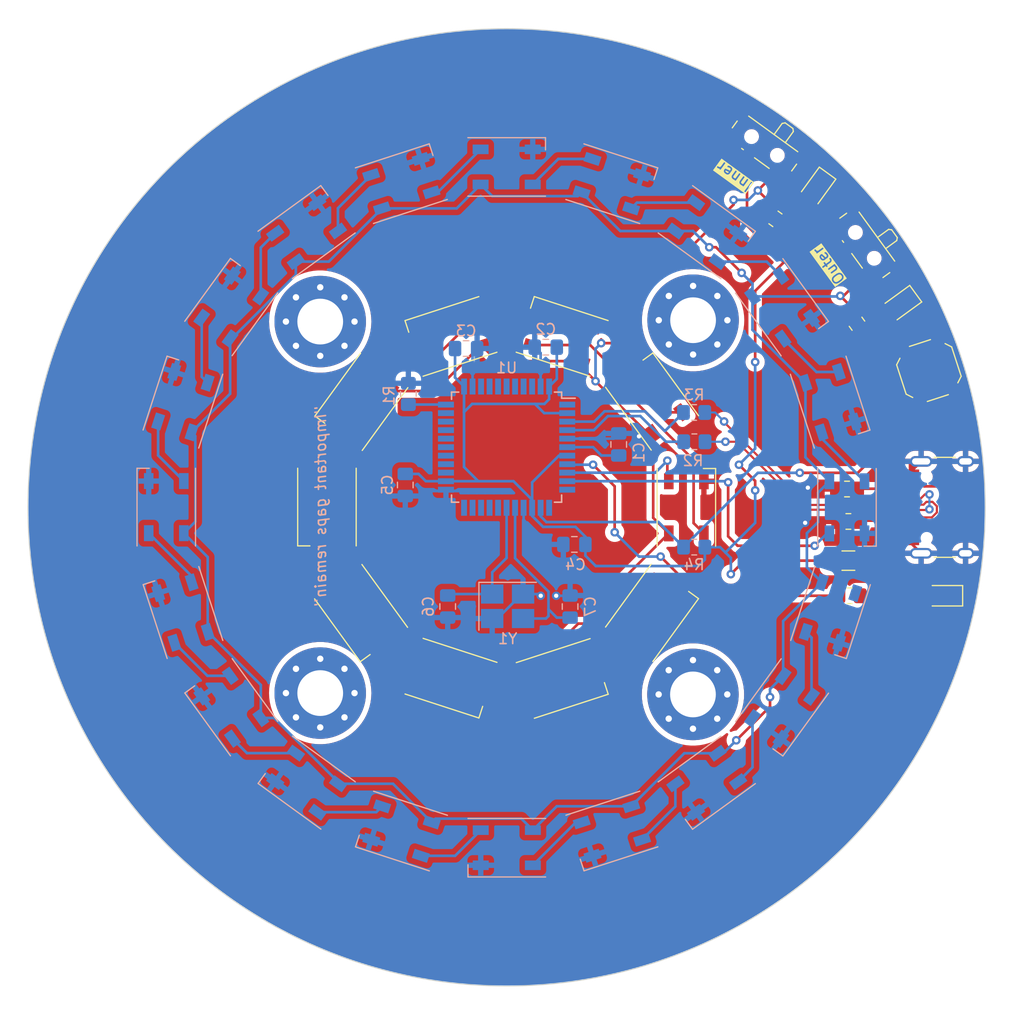
<source format=kicad_pcb>
(kicad_pcb (version 20221018) (generator pcbnew)
  (layers (0 "F.Cu" signal) (31 "B.Cu" signal) (34 "B.Paste" user) (35 "F.Paste" user) (36 "B.SilkS" user "B.Silkscreen") (37 "F.SilkS" user "F.Silkscreen") (38 "B.Mask" user) (39 "F.Mask" user) (44 "Edge.Cuts" user))
  (net 0 "")
  (net 25 "+5V")
  (net 26 "Net-(D1-DOUT)")
  (net 27 "GND")
  (net 28 "/large_ring")
  (net 29 "Net-(D2-DOUT)")
  (net 30 "Net-(D3-DOUT)")
  (net 31 "Net-(D4-DOUT)")
  (net 32 "Net-(D5-DOUT)")
  (net 33 "Net-(D6-DOUT)")
  (net 34 "Net-(D7-DOUT)")
  (net 35 "Net-(D8-DOUT)")
  (net 36 "Net-(D10-DIN)")
  (net 37 "Net-(D10-DOUT)")
  (net 38 "Net-(D11-DOUT)")
  (net 39 "Net-(D12-DOUT)")
  (net 40 "Net-(D13-DOUT)")
  (net 41 "Net-(D14-DOUT)")
  (net 42 "Net-(D15-DOUT)")
  (net 43 "Net-(D16-DOUT)")
  (net 44 "Net-(D17-DOUT)")
  (net 45 "Net-(D18-DOUT)")
  (net 46 "Net-(D19-DOUT)")
  (net 47 "Net-(D21-DOUT)")
  (net 48 "/small_ring")
  (net 49 "Net-(D22-DOUT)")
  (net 50 "Net-(D23-DOUT)")
  (net 51 "Net-(D24-DOUT)")
  (net 52 "Net-(D25-DOUT)")
  (net 53 "Net-(D26-DOUT)")
  (net 54 "Net-(D27-DOUT)")
  (net 55 "Net-(D28-DOUT)")
  (net 56 "Net-(D29-DOUT)")
  (net 58 "Net-(J1-CC1)")
  (net 59 "Net-(J1-CC2)")
  (net 60 "Net-(D1-VDD)")
  (net 62 "Net-(D21-VDD)")
  (net 64 "Net-(U1-UCAP)")
  (net 65 "Net-(U1-XTAL1)")
  (net 66 "Net-(U1-XTAL2)")
  (net 67 "Net-(U1-~{HWB}{slash}PE2)")
  (net 68 "/D+")
  (net 69 "Net-(U1-D+)")
  (net 70 "/D-")
  (net 71 "Net-(U1-D-)")
  (net 72 "Net-(U1-~{RESET})")
  (net 73 "Net-(D31-A)")
  (net 74 "Net-(D32-A)")
  (net 75 "Net-(D33-A)")
  (net 76 "Net-(U1-PB0)")
  (net 77 "Net-(F1-Pad2)")
  (footprint "Resistor_SMD:R_0805_2012Metric_Pad1.20x1.40mm_HandSolder" (layer "F.Cu") (at 182.243 88.312)
    (fp_text reference "R9" hide)
    (fp_text value "150")
  )
  (footprint "Fuse:Fuse_1206_3216Metric_Pad1.42x1.75mm_HandSolder" (layer "F.Cu") (at 182.132 85.01)
    (fp_text reference "F1" hide)
    (fp_text value "Polyfuse")
  )
  (footprint "LED_SMD:LED_0805_2012Metric_Pad1.15x1.40mm_HandSolder" (layer "F.Cu") (at 179.084 50.085 -126)
    (fp_text reference "D32" hide)
    (fp_text value "LED")
  )
  (footprint "LED_SMD:LED_0805_2012Metric_Pad1.15x1.40mm_HandSolder" (layer "F.Cu") (at 186.958 61.007 -144)
    (fp_text reference "D31" hide)
    (fp_text value "LED")
  )
  (footprint "LED_SMD:LED_WS2812B_PLCC4_5.0x5.0mm_P3.2mm" (layer "F.Cu") (at 155.232516 96.084199 18)
    (fp_text reference "D29" hide)
    (fp_text value "WS2812B")
  )
  (footprint "MountingHole:MountingHole_4.3mm_M4_Pad_Via" (layer "F.Cu") (at 132.480581 97.461581 90)
    (fp_text reference "H3" hide)
    (fp_text value "MountingHole")
  )
  (footprint "MountingHole:MountingHole_4.3mm_M4_Pad_Via" (layer "F.Cu") (at 167.521419 97.588581 90)
    (fp_text reference "H4" hide)
    (fp_text value "MountingHole")
  )
  (footprint "Connector_USB:USB_C_Receptacle_HRO_TYPE-C-31-M-12" (layer "F.Cu") (at 192.098 80 90)
    (fp_text reference "J1" hide)
    (fp_text value "USB_C_Receptacle_USB2.0")
  )
  (footprint "Button_Switch_SMD:SW_SPDT_PCM12" (layer "F.Cu") (at 183.411617 55.563615 126)
    (fp_text reference "SW2" hide)
    (fp_text value "SW_DIP_x01")
  )
  (footprint "LED_SMD:LED_WS2812B_PLCC4_5.0x5.0mm_P3.2mm" (layer "F.Cu") (at 144.775633 96.06084 -18)
    (fp_text reference "D28" hide)
    (fp_text value "WS2812B")
  )
  (footprint "LED_SMD:LED_WS2812B_PLCC4_5.0x5.0mm_P3.2mm" (layer "F.Cu") (at 136.349149 70.082211 -126)
    (fp_text reference "D25" hide)
    (fp_text value "WS2812B")
  )
  (footprint "LED_SMD:LED_WS2812B_PLCC4_5.0x5.0mm_P3.2mm" (layer "F.Cu") (at 155.224257 63.928698 162)
    (fp_text reference "D23" hide)
    (fp_text value "WS2812B")
  )
  (footprint "Button_Switch_SMD:SW_SPST_SKQG_WithoutStem" (layer "F.Cu") (at 189.701593 67.139406 108)
    (fp_text reference "SW1" hide)
    (fp_text value "SW_Push")
  )
  (footprint "LED_SMD:LED_WS2812B_PLCC4_5.0x5.0mm_P3.2mm" (layer "F.Cu") (at 144.770988 63.931218 -162)
    (fp_text reference "D24" hide)
    (fp_text value "WS2812B")
  )
  (footprint "LED_SMD:LED_WS2812B_PLCC4_5.0x5.0mm_P3.2mm" (layer "F.Cu") (at 163.677959 70.052059 126)
    (fp_text reference "D22" hide)
    (fp_text value "WS2812B")
  )
  (footprint "Resistor_SMD:R_0805_2012Metric_Pad1.20x1.40mm_HandSolder" (layer "F.Cu") (at 182.005 78.279)
    (fp_text reference "R6" hide)
    (fp_text value "5.1K")
  )
  (footprint "LED_SMD:LED_WS2812B_PLCC4_5.0x5.0mm_P3.2mm" (layer "F.Cu") (at 136.320852 89.942249 -54)
    (fp_text reference "D27" hide)
    (fp_text value "WS2812B")
  )
  (footprint "Resistor_SMD:R_0805_2012Metric_Pad1.20x1.40mm_HandSolder" (layer "F.Cu") (at 175.274 52.879 144)
    (fp_text reference "R8" hide)
    (fp_text value "150")
  )
  (footprint "Resistor_SMD:R_0805_2012Metric_Pad1.20x1.40mm_HandSolder" (layer "F.Cu") (at 182.132 81.327)
    (fp_text reference "R5" hide)
    (fp_text value "5.1K")
  )
  (footprint "MountingHole:MountingHole_4.3mm_M4_Pad_Via" (layer "F.Cu") (at 167.532581 62.409581 90)
    (fp_text reference "H2" hide)
    (fp_text value "MountingHole")
  )
  (footprint "MountingHole:MountingHole_4.3mm_M4_Pad_Via" (layer "F.Cu") (at 132.480581 62.536581 90)
    (fp_text reference "H1" hide)
    (fp_text value "MountingHole")
  )
  (footprint "Button_Switch_SMD:SW_SPDT_PCM12" (layer "F.Cu") (at 174.04956 46.292551 144)
    (fp_text reference "SW3" hide)
    (fp_text value "SW_DIP_x01")
  )
  (footprint "LED_SMD:LED_WS2812B_PLCC4_5.0x5.0mm_P3.2mm" (layer "F.Cu") (at 166.9 80 90)
    (fp_text reference "D21" hide)
    (fp_text value "WS2812B")
  )
  (footprint "Resistor_SMD:R_0805_2012Metric_Pad1.20x1.40mm_HandSolder" (layer "F.Cu") (at 182.941215 62.737983 126)
    (fp_text reference "R7" hide)
    (fp_text value "150")
  )
  (footprint "LED_SMD:LED_0805_2012Metric_Pad1.15x1.40mm_HandSolder" (layer "F.Cu") (at 191.012997 88.312 180)
    (fp_text reference "D33" hide)
    (fp_text value "LED")
  )
  (footprint "LED_SMD:LED_WS2812B_PLCC4_5.0x5.0mm_P3.2mm" (layer "F.Cu") (at 133.110886 79.973211 -90)
    (fp_text reference "D26" hide)
    (fp_text value "WS2812B")
  )
  (footprint "LED_SMD:LED_WS2812B_PLCC4_5.0x5.0mm_P3.2mm" (layer "F.Cu") (at 163.673257 89.918084 54)
    (fp_text reference "D30" hide)
    (fp_text value "WS2812B")
  )
  (footprint "Capacitor_SMD:C_0805_2012Metric_Pad1.18x1.45mm_HandSolder" (layer "B.Cu") (at 160.542 74.088 90)
    (fp_text reference "C1")
    (fp_text value "1uF")
  )
  (footprint "LED_SMD:LED_WS2812B_PLCC4_5.0x5.0mm_P3.2mm" (layer "B.Cu") (at 118.006579 79.979224 90)
    (fp_text reference "D11" hide)
    (fp_text value "WS2812B")
  )
  (footprint "LED_SMD:LED_WS2812B_PLCC4_5.0x5.0mm_P3.2mm" (layer "B.Cu") (at 168.818431 105.892092 -144)
    (fp_text reference "D18" hide)
    (fp_text value "WS2812B")
  )
  (footprint "LED_SMD:LED_WS2812B_PLCC4_5.0x5.0mm_P3.2mm" (layer "B.Cu") (at 150.020908 111.998802 180)
    (fp_text reference "D16" hide)
    (fp_text value "WS2812B")
  )
  (footprint "Crystal:Crystal_SMD_3225-4Pin_3.2x2.5mm_HandSoldering" (layer "B.Cu") (at 150.098265 89.301531)
    (fp_text reference "Y1")
    (fp_text value "Crystal_GND24")
  )
  (footprint "LED_SMD:LED_WS2812B_PLCC4_5.0x5.0mm_P3.2mm" (layer "B.Cu") (at 124.114096 61.171261 54)
    (fp_text reference "D9" hide)
    (fp_text value "WS2812B")
  )
  (footprint "Package_QFP:TQFP-44_10x10mm_P0.8mm" (layer "B.Cu") (at 150 74.342 180)
    (fp_text reference "U1")
    (fp_text value "ATmega32U4-A")
  )
  (footprint "LED_SMD:LED_WS2812B_PLCC4_5.0x5.0mm_P3.2mm" (layer "B.Cu") (at 119.568762 70.107767 72)
    (fp_text reference "D10" hide)
    (fp_text value "WS2812B")
  )
  (footprint "Capacitor_SMD:C_0805_2012Metric_Pad1.18x1.45mm_HandSolder" (layer "B.Cu") (at 155.97 89.328 -90)
    (fp_text reference "C7")
    (fp_text value "22pF")
  )
  (footprint "LED_SMD:LED_WS2812B_PLCC4_5.0x5.0mm_P3.2mm" (layer "B.Cu") (at 159.900703 110.427648 -162)
    (fp_text reference "D17" hide)
    (fp_text value "WS2812B")
  )
  (footprint "Capacitor_SMD:C_0805_2012Metric_Pad1.18x1.45mm_HandSolder" (layer "B.Cu") (at 144.464022 89.323335 90)
    (fp_text reference "C6")
    (fp_text value "22pF")
  )
  (footprint "Capacitor_SMD:C_0805_2012Metric_Pad1.18x1.45mm_HandSolder" (layer "B.Cu") (at 146.191 65.071)
    (fp_text reference "C3")
    (fp_text value "0.1uF")
  )
  (footprint "LED_SMD:LED_WS2812B_PLCC4_5.0x5.0mm_P3.2mm" (layer "B.Cu") (at 175.894367 98.807184 -126)
    (fp_text reference "D19" hide)
    (fp_text value "WS2812B")
  )
  (footprint "Resistor_SMD:R_0805_2012Metric_Pad1.20x1.40mm_HandSolder" (layer "B.Cu") (at 167.638 83.74)
    (fp_text reference "R4")
    (fp_text value "10K")
  )
  (footprint "LED_SMD:LED_WS2812B_PLCC4_5.0x5.0mm_P3.2mm" (layer "B.Cu") (at 119.578079 89.887779 108)
    (fp_text reference "D12" hide)
    (fp_text value "WS2812B")
  )
  (footprint "Capacitor_SMD:C_0805_2012Metric_Pad1.18x1.45mm_HandSolder" (layer "B.Cu") (at 153.684 64.944 180)
    (fp_text reference "C2")
    (fp_text value "10uF")
  )
  (footprint "Resistor_SMD:R_0805_2012Metric_Pad1.20x1.40mm_HandSolder" (layer "B.Cu") (at 167.654 73.834 180)
    (fp_text reference "R2")
    (fp_text value "22")
  )
  (footprint "LED_SMD:LED_WS2812B_PLCC4_5.0x5.0mm_P3.2mm" (layer "B.Cu") (at 131.207587 105.880556 144)
    (fp_text reference "D14" hide)
    (fp_text value "WS2812B")
  )
  (footprint "Resistor_SMD:R_0805_2012Metric_Pad1.20x1.40mm_HandSolder" (layer "B.Cu") (at 167.62866 71.081397 180)
    (fp_text reference "R3")
    (fp_text value "22")
  )
  (footprint "LED_SMD:LED_WS2812B_PLCC4_5.0x5.0mm_P3.2mm" (layer "B.Cu") (at 131.197189 54.12273 36)
    (fp_text reference "D8" hide)
    (fp_text value "WS2812B")
  )
  (footprint "Capacitor_SMD:C_0805_2012Metric_Pad1.18x1.45mm_HandSolder" (layer "B.Cu") (at 156.3725 83.486 180)
    (fp_text reference "C4")
    (fp_text value "0.1uF")
  )
  (footprint "LED_SMD:LED_WS2812B_PLCC4_5.0x5.0mm_P3.2mm" (layer "B.Cu") (at 175.891378 61.188946 -54)
    (fp_text reference "D3" hide)
    (fp_text value "WS2812B")
  )
  (footprint "LED_SMD:LED_WS2812B_PLCC4_5.0x5.0mm_P3.2mm" (layer "B.Cu") (at 140.118157 110.435208 162)
    (fp_text reference "D15" hide)
    (fp_text value "WS2812B")
  )
  (footprint "Capacitor_SMD:C_0805_2012Metric_Pad1.18x1.45mm_HandSolder" (layer "B.Cu") (at 140.476 77.898 -90)
    (fp_text reference "C5")
    (fp_text value "0.1uF")
  )
  (footprint "LED_SMD:LED_WS2812B_PLCC4_5.0x5.0mm_P3.2mm" (layer "B.Cu") (at 168.821277 54.12969 -36)
    (fp_text reference "D4" hide)
    (fp_text value "WS2812B")
  )
  (footprint "Resistor_SMD:R_0805_2012Metric_Pad1.20x1.40mm_HandSolder" (layer "B.Cu") (at 140.765127 69.336774 90)
    (fp_text reference "R1")
    (fp_text value "10K")
  )
  (footprint "LED_SMD:LED_WS2812B_PLCC4_5.0x5.0mm_P3.2mm" (layer "B.Cu") (at 140.106636 49.569893 18)
    (fp_text reference "D7" hide)
    (fp_text value "WS2812B")
  )
  (footprint "LED_SMD:LED_WS2812B_PLCC4_5.0x5.0mm_P3.2mm" (layer "B.Cu") (at 182 80 -90)
    (fp_text reference "D1" hide)
    (fp_text value "WS2812B")
  )
  (footprint "LED_SMD:LED_WS2812B_PLCC4_5.0x5.0mm_P3.2mm" (layer "B.Cu") (at 180.453879 89.891213 -108)
    (fp_text reference "D20" hide)
    (fp_text value "WS2812B")
  )
  (footprint "LED_SMD:LED_WS2812B_PLCC4_5.0x5.0mm_P3.2mm" (layer "B.Cu") (at 124.12193 98.789557 126)
    (fp_text reference "D13" hide)
    (fp_text value "WS2812B")
  )
  (footprint "LED_SMD:LED_WS2812B_PLCC4_5.0x5.0mm_P3.2mm" (layer "B.Cu") (at 159.890623 49.573733 -18)
    (fp_text reference "D5" hide)
    (fp_text value "WS2812B")
  )
  (footprint "LED_SMD:LED_WS2812B_PLCC4_5.0x5.0mm_P3.2mm" (layer "B.Cu") (at 150.008307 47.996217)
    (fp_text reference "D6" hide)
    (fp_text value "WS2812B")
  )
  (footprint "LED_SMD:LED_WS2812B_PLCC4_5.0x5.0mm_P3.2mm" (layer "B.Cu") (at 180.421585 70.113573 -72)
    (fp_text reference "D2" hide)
    (fp_text value "WS2812B")
  )
  (gr_circle (center 150 80) (end 195 80) (stroke (width 0.1)) (fill none) (layer "Edge.Cuts"))
  (gr_text "{dblquote}Important gaps remain{dblquote}" (at 133.11 70.278 90) (layer "B.SilkS") (effects (font (size 1 1) (thickness 0.15) italic) (justify left bottom mirror)))
  (gr_text "Inner" (at 173.369 49.577 144) (layer "F.SilkS" knockout) (effects (font (size 1 1)) (justify left bottom)))
  (gr_text "Outer" (at 182.005 58.594 126) (layer "F.SilkS" knockout) (effects (font (size 1 1)) (justify left bottom)))
  (segment (start 172.602264 53.509264) (end 176.059269 56.966269) (width 0.25) (layer "F.Cu") (net 25))
  (segment (start 180.6445 85.01) (end 172.353 85.01) (width 0.25) (layer "F.Cu") (net 25))
  (segment (start 172.602264 47.008606) (end 172.602264 53.509264) (width 0.25) (layer "F.Cu") (net 25))
  (segment (start 180.645 56.966269) (end 181.813884 55.797385) (width 0.25) (layer "F.Cu") (net 25))
  (segment (start 173.369 77.517) (end 171.845 75.993) (width 0.25) (layer "F.Cu") (net 25))
  (segment (start 173.369 59.656538) (end 176.059269 56.966269) (width 0.25) (layer "F.Cu") (net 25))
  (segment (start 172.353 85.01) (end 171.083 86.28) (width 0.25) (layer "F.Cu") (net 25))
  (segment (start 176.059269 56.966269) (end 180.645 56.966269) (width 0.25) (layer "F.Cu") (net 25))
  (segment (start 173.369 66.341) (end 173.369 59.656538) (width 0.25) (layer "F.Cu") (net 25))
  (segment (start 173.369 78.406) (end 173.369 77.517) (width 0.25) (layer "F.Cu") (net 25))
  (via (at 171.083 86.28) (size 0.8) (drill 0.4) (layers "F.Cu" "B.Cu") (net 25))
  (via (at 173.369 66.341) (size 0.8) (drill 0.4) (layers "F.Cu" "B.Cu") (net 25))
  (via (at 171.845 75.993) (size 0.8) (drill 0.4) (layers "F.Cu" "B.Cu") (net 25))
  (via (at 173.369 78.406) (size 0.8) (drill 0.4) (layers "F.Cu" "B.Cu") (net 25))
  (segment (start 154.916 75.142) (end 152.4 77.658) (width 0.25) (layer "B.Cu") (net 25))
  (segment (start 157.41 82.767) (end 157.41 83.486) (width 0.25) (layer "B.Cu") (net 25))
  (segment (start 173.369 81.454) (end 173.369 78.406) (width 0.25) (layer "B.Cu") (net 25))
  (segment (start 155.7 71.142) (end 153.532 71.142) (width 0.25) (layer "B.Cu") (net 25))
  (segment (start 170.575 84.248) (end 173.369 81.454) (width 0.25) (layer "B.Cu") (net 25))
  (segment (start 156.478 81.835) (end 157.41 82.767) (width 0.25) (layer "B.Cu") (net 25))
  (segment (start 142.406 77.542) (end 144.3 77.542) (width 0.25) (layer "B.Cu") (net 25))
  (segment (start 168.638 83.74) (end 170.067 83.74) (width 0.25) (layer "B.Cu") (net 25))
  (segment (start 168.638 84.915) (end 168.638 83.74) (width 0.25) (layer "B.Cu") (net 25))
  (segment (start 146 71.04) (end 146 76.208) (width 0.25) (layer "B.Cu") (net 25))
  (segment (start 153.532 71.142) (end 152.668 70.278) (width 0.25) (layer "B.Cu") (net 25))
  (segment (start 168.035 85.518) (end 168.638 84.915) (width 0.25) (layer "B.Cu") (net 25))
  (segment (start 158.383 85.518) (end 168.035 85.518) (width 0.25) (layer "B.Cu") (net 25))
  (segment (start 157.41 83.486) (end 157.41 84.545) (width 0.25) (layer "B.Cu") (net 25))
  (segment (start 153.557 70.278) (end 152.668 70.278) (width 0.25) (layer "B.Cu") (net 25))
  (segment (start 152.4 80.805) (end 153.43 81.835) (width 0.25) (layer "B.Cu") (net 25))
  (segment (start 170.067 83.74) (end 170.575 84.248) (width 0.25) (layer "B.Cu") (net 25))
  (segment (start 146 68.642) (end 146 71.04) (width 0.25) (layer "B.Cu") (net 25))
  (segment (start 152.4 77.658) (end 152.4 80.042) (width 0.25) (layer "B.Cu") (net 25))
  (segment (start 146 76.208) (end 147.334 77.542) (width 0.25) (layer "B.Cu") (net 25))
  (segment (start 155.7 75.142) (end 154.916 75.142) (width 0.25) (layer "B.Cu") (net 25))
  (segment (start 154 69.835) (end 153.557 70.278) (width 0.25) (layer "B.Cu") (net 25))
  (segment (start 152.4 79.292) (end 152.4 80.042) (width 0.25) (layer "B.Cu") (net 25))
  (segment (start 153.43 81.835) (end 156.478 81.835) (width 0.25) (layer "B.Cu") (net 25))
  (segment (start 152.4 80.042) (end 152.4 80.805) (width 0.25) (layer "B.Cu") (net 25))
  (segment (start 146.762 70.278) (end 146 71.04) (width 0.25) (layer "B.Cu") (net 25))
  (segment (start 171.083 84.756) (end 170.575 84.248) (width 0.25) (layer "B.Cu") (net 25))
  (segment (start 150.65 77.542) (end 152.4 79.292) (width 0.25) (layer "B.Cu") (net 25))
  (segment (start 140.476 76.8605) (end 141.7245 76.8605) (width 0.25) (layer "B.Cu") (net 25))
  (segment (start 145.1535 65.071) (end 145.1535 67.7955) (width 0.25) (layer "B.Cu") (net 25))
  (segment (start 171.083 86.28) (end 171.083 84.756) (width 0.25) (layer "B.Cu") (net 25))
  (segment (start 171.845 75.993) (end 173.369 74.469) (width 0.25) (layer "B.Cu") (net 25))
  (segment (start 145.1535 67.7955) (end 146 68.642) (width 0.25) (layer "B.Cu") (net 25))
  (segment (start 157.41 84.545) (end 158.383 85.518) (width 0.25) (layer "B.Cu") (net 25))
  (segment (start 152.668 70.278) (end 146.762 70.278) (width 0.25) (layer "B.Cu") (net 25))
  (segment (start 173.369 74.469) (end 173.369 66.341) (width 0.25) (layer "B.Cu") (net 25))
  (segment (start 141.7245 76.8605) (end 142.406 77.542) (width 0.25) (layer "B.Cu") (net 25))
  (segment (start 154.7215 67.9205) (end 154 68.642) (width 0.25) (layer "B.Cu") (net 25))
  (segment (start 144.3 77.542) (end 147.334 77.542) (width 0.25) (layer "B.Cu") (net 25))
  (segment (start 147.334 77.542) (end 150.65 77.542) (width 0.25) (layer "B.Cu") (net 25))
  (segment (start 154.7215 64.944) (end 154.7215 67.9205) (width 0.25) (layer "B.Cu") (net 25))
  (segment (start 154 68.642) (end 154 69.835) (width 0.25) (layer "B.Cu") (net 25))
  (segment (start 179.609433 73.509433) (end 179.609433 72.95354) (width 0.25) (layer "B.Cu") (net 26))
  (segment (start 183.65 77.55) (end 179.609433 73.509433) (width 0.25) (layer "B.Cu") (net 26))
  (segment (start 178.195 81.327) (end 178.068 81.454) (width 0.25) (layer "F.Cu") (net 27))
  (segment (start 181.132 81.327) (end 178.195 81.327) (width 0.25) (layer "F.Cu") (net 27))
  (segment (start 188.053 76.75) (end 188.053 76.595) (width 0.25) (layer "F.Cu") (net 27))
  (segment (start 136.426048 92.894186) (end 136.426048 93.152048) (width 0.25) (layer "F.Cu") (net 27))
  (segment (start 188.053 83.405) (end 188.968 84.32) (width 0.25) (layer "F.Cu") (net 27))
  (segment (start 153.2135 88.312) (end 154.6625 88.312) (width 0.25) (layer "F.Cu") (net 27))
  (segment (start 166.448209 88.905838) (end 166.448209 88.374791) (width 0.25) (layer "F.Cu") (net 27))
  (segment (start 188.053 76.595) (end 188.968 75.68) (width 0.25) (layer "F.Cu") (net 27))
  (segment (start 188.053 83.25) (end 188.053 83.405) (width 0.25) (layer "F.Cu") (net 27))
  (segment (start 163.572763 67.100122) (end 163.572763 66.958763) (width 0.25) (layer "F.Cu") (net 27))
  (segment (start 178.322 78.152) (end 178.449 78.279) (width 0.25) (layer "F.Cu") (net 27))
  (segment (start 178.449 78.279) (end 181.005 78.279) (width 0.25) (layer "F.Cu") (net 27))
  (via (at 178.322 78.152) (size 0.8) (drill 0.4) (layers "F.Cu" "B.Cu") (net 27))
  (via (at 162.447 73.326) (size 0.8) (drill 0.4) (layers "F.Cu" "B.Cu") (net 27))
  (via (at 153.2135 88.312) (size 0.8) (drill 0.4) (layers "F.Cu" "B.Cu") (net 27))
  (via (at 154.6625 88.312) (size 0.8) (drill 0.4) (layers "F.Cu" "B.Cu") (net 27))
  (via (at 178.068 81.454) (size 0.8) (drill 0.4) (layers "F.Cu" "B.Cu") (net 27))
  (segment (start 162.1715 73.0505) (end 162.447 73.326) (width 0.25) (layer "B.Cu") (net 27))
  (segment (start 153.053031 88.151531) (end 153.2135 88.312) (width 0.25) (layer "B.Cu") (net 27))
  (segment (start 178.068 81.454) (end 178.068 78.406) (width 0.25) (layer "B.Cu") (net 27))
  (segment (start 155.9485 88.312) (end 155.97 88.2905) (width 0.25) (layer "B.Cu") (net 27))
  (segment (start 153.2 68.642) (end 153.2 65.4975) (width 0.25) (layer "B.Cu") (net 27))
  (segment (start 146.8 65.4995) (end 147.2285 65.071) (width 0.25) (layer "B.Cu") (net 27))
  (segment (start 154.6625 88.312) (end 155.9485 88.312) (width 0.25) (layer "B.Cu") (net 27))
  (segment (start 151.6 80.042) (end 151.6 81.656) (width 0.25) (layer "B.Cu") (net 27))
  (segment (start 149.138645 90.451531) (end 148.648265 90.451531) (width 0.25) (layer "B.Cu") (net 27))
  (segment (start 146.8 68.642) (end 146.8 65.4995) (width 0.25) (layer "B.Cu") (net 27))
  (segment (start 178.068 78.406) (end 178.322 78.152) (width 0.25) (layer "B.Cu") (net 27))
  (segment (start 151.438645 88.151531) (end 149.138645 90.451531) (width 0.25) (layer "B.Cu") (net 27))
  (segment (start 153.2 65.4975) (end 152.6465 64.944) (width 0.25) (layer "B.Cu") (net 27))
  (segment (start 151.548265 88.151531) (end 153.053031 88.151531) (width 0.25) (layer "B.Cu") (net 27))
  (segment (start 151.548265 88.151531) (end 151.438645 88.151531) (width 0.25) (layer "B.Cu") (net 27))
  (segment (start 160.0505 73.542) (end 160.542 73.0505) (width 0.25) (layer "B.Cu") (net 27))
  (segment (start 155.7 73.542) (end 160.0505 73.542) (width 0.25) (layer "B.Cu") (net 27))
  (segment (start 160.542 73.0505) (end 162.1715 73.0505) (width 0.25) (layer "B.Cu") (net 27))
  (segment (start 170.829 77.644) (end 170.829 82.724) (width 0.25) (layer "F.Cu") (net 28))
  (segment (start 178.957 83.613) (end 171.718 83.613) (width 0.25) (layer "F.Cu") (net 28))
  (segment (start 170.829 82.724) (end 171.718 83.613) (width 0.25) (layer "F.Cu") (net 28))
  (via (at 178.957 83.613) (size 0.8) (drill 0.4) (layers "F.Cu" "B.Cu") (net 28))
  (via (at 170.829 77.644) (size 0.8) (drill 0.4) (layers "F.Cu" "B.Cu") (net 28))
  (segment (start 180.35 82.45) (end 180.12 82.45) (width 0.25) (layer "B.Cu") (net 28))
  (segment (start 180.12 82.45) (end 178.957 83.613) (width 0.25) (layer "B.Cu") (net 28))
  (segment (start 170.727 77.542) (end 170.829 77.644) (width 0.25) (layer "B.Cu") (net 28))
  (segment (start 180.481 82.581) (end 180.35 82.45) (width 0.25) (layer "B.Cu") (net 28))
  (segment (start 155.7 77.542) (end 170.727 77.542) (width 0.25) (layer "B.Cu") (net 28))
  (segment (start 179.129297 67.273606) (end 181.233737 67.273606) (width 0.25) (layer "B.Cu") (net 29))
  (segment (start 175.996574 64.140883) (end 179.129297 67.273606) (width 0.25) (layer "B.Cu") (net 29))
  (segment (start 174.453815 56.904642) (end 169.833523 56.904642) (width 0.25) (layer "B.Cu") (net 30))
  (segment (start 175.786182 58.237009) (end 174.453815 56.904642) (width 0.25) (layer "B.Cu") (net 30))
  (segment (start 162.256163 51.354738) (end 161.710833 51.900068) (width 0.25) (layer "B.Cu") (net 31))
  (segment (start 167.809031 51.354738) (end 162.256163 51.354738) (width 0.25) (layer "B.Cu") (net 31))
  (segment (start 154.857126 47.247398) (end 152.458307 49.646217) (width 0.25) (layer "B.Cu") (net 32))
  (segment (start 158.070413 47.247398) (end 154.857126 47.247398) (width 0.25) (layer "B.Cu") (net 32))
  (segment (start 147.558307 46.346217) (end 143.522479 50.382045) (width 0.25) (layer "B.Cu") (net 33))
  (segment (start 143.522479 50.382045) (end 142.946603 50.382045) (width 0.25) (layer "B.Cu") (net 33))
  (segment (start 137.266669 48.757741) (end 134.149126 51.875284) (width 0.25) (layer "B.Cu") (net 34))
  (segment (start 134.149126 51.875284) (end 134.149126 54.017534) (width 0.25) (layer "B.Cu") (net 34))
  (segment (start 126.889048 55.58413) (end 126.889048 60.159015) (width 0.25) (layer "B.Cu") (net 35))
  (segment (start 128.245252 54.227926) (end 126.889048 55.58413) (width 0.25) (layer "B.Cu") (net 35))
  (segment (start 121.339144 67.731604) (end 121.895097 68.287557) (width 0.25) (layer "B.Cu") (net 36))
  (segment (start 121.339144 62.183507) (end 121.339144 67.731604) (width 0.25) (layer "B.Cu") (net 36))
  (segment (start 117.242427 71.927977) (end 117.242427 75.115072) (width 0.25) (layer "B.Cu") (net 37))
  (segment (start 117.242427 75.115072) (end 119.656579 77.529224) (width 0.25) (layer "B.Cu") (net 37))
  (segment (start 116.356579 82.429224) (end 120.390231 86.462876) (width 0.25) (layer "B.Cu") (net 38))
  (segment (start 120.390231 86.462876) (end 120.390231 87.047812) (width 0.25) (layer "B.Cu") (net 38))
  (segment (start 121.875801 95.83762) (end 124.016734 95.83762) (width 0.25) (layer "B.Cu") (net 39))
  (segment (start 118.765927 92.727746) (end 121.875801 95.83762) (width 0.25) (layer "B.Cu") (net 39))
  (segment (start 124.227126 101.741494) (end 125.591236 103.105604) (width 0.25) (layer "B.Cu") (net 40))
  (segment (start 125.591236 103.105604) (end 130.195341 103.105604) (width 0.25) (layer "B.Cu") (net 40))
  (segment (start 132.219833 108.655508) (end 137.751312 108.655508) (width 0.25) (layer "B.Cu") (net 41))
  (segment (start 137.751312 108.655508) (end 138.297947 108.108873) (width 0.25) (layer "B.Cu") (net 41))
  (segment (start 145.158167 112.761543) (end 147.570908 110.348802) (width 0.25) (layer "B.Cu") (net 42))
  (segment (start 141.938367 112.761543) (end 145.158167 112.761543) (width 0.25) (layer "B.Cu") (net 42))
  (segment (start 156.504214 109.615496) (end 157.060736 109.615496) (width 0.25) (layer "B.Cu") (net 43))
  (segment (start 152.470908 113.648802) (end 156.504214 109.615496) (width 0.25) (layer "B.Cu") (net 43))
  (segment (start 165.866494 108.113976) (end 165.866494 105.997288) (width 0.25) (layer "B.Cu") (net 44))
  (segment (start 162.74067 111.2398) (end 165.866494 108.113976) (width 0.25) (layer "B.Cu") (net 44))
  (segment (start 173.119415 104.437849) (end 173.119415 99.81943) (width 0.25) (layer "B.Cu") (net 45))
  (segment (start 171.770368 105.786896) (end 173.119415 104.437849) (width 0.25) (layer "B.Cu") (net 45))
  (segment (start 178.669319 92.253198) (end 178.127544 91.711423) (width 0.25) (layer "B.Cu") (net 46))
  (segment (start 178.669319 97.794938) (end 178.669319 92.253198) (width 0.25) (layer "B.Cu") (net 46))
  (segment (start 168.55 82.45) (end 167.582808 81.482808) (width 0.25) (layer "F.Cu") (net 47))
  (segment (start 167.582808 81.482808) (end 167.582808 75.549544) (width 0.25) (layer "F.Cu") (net 47))
  (segment (start 167.582808 75.549544) (end 161.073077 69.039813) (width 0.25) (layer "F.Cu") (net 47))
  (segment (start 161.073077 69.039813) (end 160.903007 69.039813) (width 0.25) (layer "F.Cu") (net 47))
  (segment (start 165.114 77.414) (end 165.25 77.55) (width 0.25) (layer "F.Cu") (net 48))
  (segment (start 165.114 75.612) (end 165.114 77.414) (width 0.25) (layer "F.Cu") (net 48))
  (via (at 165.114 75.612) (size 0.8) (drill 0.4) (layers "F.Cu" "B.Cu") (net 48))
  (segment (start 163.984 76.742) (end 165.114 75.612) (width 0.25) (layer "B.Cu") (net 48))
  (segment (start 155.7 76.742) (end 163.984 76.742) (width 0.25) (layer "B.Cu") (net 48))
  (segment (start 164.181604 71.064305) (end 157.858149 64.74085) (width 0.25) (layer "F.Cu") (net 49))
  (segment (start 157.858149 64.74085) (end 152.38429 64.74085) (width 0.25) (layer "F.Cu") (net 49))
  (segment (start 166.452911 71.064305) (end 164.181604 71.064305) (width 0.25) (layer "F.Cu") (net 49))
  (segment (start 146.091785 63.116546) (end 142.950778 66.257553) (width 0.25) (layer "F.Cu") (net 50))
  (segment (start 158.064224 63.116546) (end 146.091785 63.116546) (width 0.25) (layer "F.Cu") (net 50))
  (segment (start 144.958117 61.604883) (end 136.243953 70.319047) (width 0.25) (layer "F.Cu") (net 51))
  (segment (start 136.243953 70.319047) (end 136.243953 73.034148) (width 0.25) (layer "F.Cu") (net 51))
  (segment (start 146.591198 61.604883) (end 144.958117 61.604883) (width 0.25) (layer "F.Cu") (net 51))
  (segment (start 133.985886 81.648211) (end 134.760886 82.423211) (width 0.25) (layer "F.Cu") (net 52))
  (segment (start 135.114056 68.470563) (end 135.114056 73.853067) (width 0.25) (layer "F.Cu") (net 52))
  (segment (start 133.985886 74.981237) (end 133.985886 81.648211) (width 0.25) (layer "F.Cu") (net 52))
  (segment (start 135.114056 73.853067) (end 133.985886 74.981237) (width 0.25) (layer "F.Cu") (net 52))
  (segment (start 136.454345 67.130274) (end 135.114056 68.470563) (width 0.25) (layer "F.Cu") (net 52))
  (segment (start 131.460886 79.759607) (end 133.985886 82.284607) (width 0.25) (layer "F.Cu") (net 53))
  (segment (start 131.460886 77.523211) (end 131.460886 79.759607) (width 0.25) (layer "F.Cu") (net 53))
  (segment (start 133.985886 86.014647) (end 138.925734 90.954495) (width 0.25) (layer "F.Cu") (net 53))
  (segment (start 138.925734 90.954495) (end 139.095804 90.954495) (width 0.25) (layer "F.Cu") (net 53))
  (segment (start 133.985886 82.284607) (end 133.985886 86.014647) (width 0.25) (layer "F.Cu") (net 53))
  (segment (start 140.420816 95.248688) (end 147.6156 95.248688) (width 0.25) (layer "F.Cu") (net 54))
  (segment (start 133.5459 88.930003) (end 134.102131 88.930003) (width 0.25) (layer "F.Cu") (net 54))
  (segment (start 134.102131 88.930003) (end 140.420816 95.248688) (width 0.25) (layer "F.Cu") (net 54))
  (segment (start 141.935666 96.872992) (end 153.937598 96.872992) (width 0.25) (layer "F.Cu") (net 55))
  (segment (start 153.937598 96.872992) (end 157.052726 93.757864) (width 0.25) (layer "F.Cu") (net 55))
  (segment (start 163.778453 89.304287) (end 163.778453 86.966147) (width 0.25) (layer "F.Cu") (net 56))
  (segment (start 154.672206 98.410534) (end 163.778453 89.304287) (width 0.25) (layer "F.Cu") (net 56))
  (segment (start 153.412306 98.410534) (end 154.672206 98.410534) (width 0.25) (layer "F.Cu") (net 56))
  (segment (start 183.209 81.25) (end 183.132 81.327) (width 0.25) (layer "F.Cu") (net 58))
  (segment (start 188.053 81.25) (end 183.209 81.25) (width 0.25) (layer "F.Cu") (net 58))
  (segment (start 183.034 78.25) (end 183.005 78.279) (width 0.25) (layer "F.Cu") (net 59))
  (segment (start 188.053 78.25) (end 183.034 78.25) (width 0.25) (layer "F.Cu") (net 59))
  (segment (start 169.686 55.546) (end 169.051 55.546) (width 0.25) (layer "F.Cu") (net 60))
  (segment (start 182.35343 61.10143) (end 181.37 60.118) (width 0.25) (layer "F.Cu") (net 60))
  (segment (start 181.37 60.118) (end 181.683676 60.118) (width 0.25) (layer "F.Cu") (net 60))
  (segment (start 171.591 101.901) (end 174.766 98.726) (width 0.25) (layer "F.Cu") (net 60))
  (segment (start 172.099 57.959) (end 169.686 55.546) (width 0.25) (layer "F.Cu") (net 60))
  (segment (start 181.683676 60.118) (end 183.57724 58.224436) (width 0.25) (layer "F.Cu") (net 60))
  (segment (start 174.766 98.726) (end 174.766 97.837) (width 0.25) (layer "F.Cu") (net 60))
  (segment (start 182.35343 61.928966) (end 182.35343 61.10143) (width 0.25) (layer "F.Cu") (net 60))
  (via (at 181.37 60.118) (size 0.8) (drill 0.4) (layers "F.Cu" "B.Cu") (net 60))
  (via (at 174.766 97.837) (size 0.8) (drill 0.4) (layers "F.Cu" "B.Cu") (net 60))
  (via (at 171.591 101.901) (size 0.8) (drill 0.4) (layers "F.Cu" "B.Cu") (net 60))
  (via (at 172.099 57.959) (size 0.8) (drill 0.4) (layers "F.Cu" "B.Cu") (net 60))
  (via (at 169.051 55.546) (size 0.8) (drill 0.4) (layers "F.Cu" "B.Cu") (net 60))
  (segment (start 124.17897 64.123198) (end 124.0089 64.123198) (width 0.25) (layer "B.Cu") (net 60))
  (segment (start 134.159524 105.985752) (end 139.32082 105.985752) (width 0.25) (layer "B.Cu") (net 60))
  (segment (start 133.284972 56.897682) (end 130.184943 56.897682) (width 0.25) (layer "B.Cu") (net 60))
  (segment (start 173.116426 60.1767) (end 173.116426 58.976426) (width 0.25) (layer "B.Cu") (net 60))
  (segment (start 152.470908 110.348802) (end 154.718397 108.101313) (width 0.25) (layer "B.Cu") (net 60))
  (segment (start 120.738036 73.304856) (end 120.738036 81.347767) (width 0.25) (layer "B.Cu") (net 60))
  (segment (start 124.0089 64.123198) (end 124.0089 69.319748) (width 0.25) (layer "B.Cu") (net 60))
  (segment (start 174.766 97.08881) (end 175.999563 95.855247) (width 0.25) (layer "B.Cu") (net 60))
  (segment (start 174.766 97.837) (end 174.766 97.08881) (width 0.25) (layer "B.Cu") (net 60))
  (segment (start 175.793769 95.855247) (end 175.999563 95.855247) (width 0.25) (layer "B.Cu") (net 60))
  (segment (start 170.37486 103.11714) (end 171.591 101.901) (width 0.25) (layer "B.Cu") (net 60))
  (segment (start 173.116426 58.976426) (end 172.099 57.959) (width 0.25) (layer "B.Cu") (net 60))
  (segment (start 175.999563 90.69341) (end 179.641727 87.051246) (width 0.25) (layer "B.Cu") (net 60))
  (segment (start 120.738036 81.347767) (end 119.656579 82.429224) (width 0.25) (layer "B.Cu") (net 60))
  (segment (start 178.232 85.641519) (end 178.232 82.433) (width 0.25) (layer "B.Cu") (net 60))
  (segment (start 160.689265 54.024494) (end 157.050656 50.385885) (width 0.25) (layer "B.Cu") (net 60))
  (segment (start 165.86934 54.024494) (end 160.689265 54.024494) (width 0.25) (layer "B.Cu") (net 60))
  (segment (start 178.09525 75.29525) (end 180.35 77.55) (width 0.25) (layer "B.Cu") (net 60))
  (segment (start 166.705086 103.11714) (end 169.830677 103.11714) (width 0.25) (layer "B.Cu") (net 60))
  (segment (start 161.720913 108.101313) (end 166.705086 103.11714) (width 0.25) (layer "B.Cu") (net 60))
  (segment (start 130.184943 56.897682) (end 130.184943 58.117225) (width 0.25) (layer "B.Cu") (net 60))
  (segment (start 143.315246 109.265934) (end 151.38804 109.265934) (width 0.25) (layer "B.Cu") (net 60))
  (segment (start 119.656579 82.429224) (end 121.904414 84.677059) (width 0.25) (layer "B.Cu") (net 60))
  (segment (start 157.050656 50.385885) (end 156.693534 50.743007) (width 0.25) (layer "B.Cu") (net 60))
  (segment (start 179.641727 87.051246) (end 178.232 85.641519) (width 0.25) (layer "B.Cu") (net 60))
  (segment (start 147.558307 49.646217) (end 145.308296 51.896228) (width 0.25) (layer "B.Cu") (net 60))
  (segment (start 178.09525 68.293363) (end 178.09525 75.29525) (width 0.25) (layer "B.Cu") (net 60))
  (segment (start 165.86934 54.207324) (end 165.86934 54.024494) (width 0.25) (layer "B.Cu") (net 60))
  (segment (start 175.999563 95.855247) (end 175.999563 90.69341) (width 0.25) (layer "B.Cu") (net 60))
  (segment (start 126.896882 96.700457) (end 126.896882 99.801803) (width 0.25) (layer "B.Cu") (net 60))
  (segment (start 145.308296 51.896228) (end 138.286426 51.896228) (width 0.25) (layer "B.Cu") (net 60))
  (segment (start 121.904414 91.707989) (end 126.896882 96.700457) (width 0.25) (layer "B.Cu") (net 60))
  (segment (start 181.3113 60.1767) (end 181.37 60.118) (width 0.25) (layer "B.Cu") (net 60))
  (segment (start 178.09525 68.293363) (end 173.116426 63.314539) (width 0.25) (layer "B.Cu") (net 60))
  (segment (start 142.958124 109.623056) (end 143.315246 109.265934) (width 0.25) (layer "B.Cu") (net 60))
  (segment (start 169.051 55.546) (end 167.529494 54.024494) (width 0.25) (layer "B.Cu") (net 60))
  (segment (start 167.529494 54.024494) (end 165.86934 54.024494) (width 0.25) (layer "B.Cu") (net 60))
  (segment (start 138.286426 51.896228) (end 133.284972 56.897682) (width 0.25) (layer "B.Cu") (net 60))
  (segment (start 126.896882 99.801803) (end 128.145645 99.801803) (width 0.25) (layer "B.Cu") (net 60))
  (segment (start 121.904414 84.677059) (end 121.904414 91.707989) (width 0.25) (layer "B.Cu") (net 60))
  (segment (start 178.232 82.433) (end 179.284605 81.380395) (width 0.25) (layer "B.Cu") (net 60))
  (segment (start 179.284605 78.615395) (end 180.35 77.55) (width 0.25) (layer "B.Cu") (net 60))
  (segment (start 173.116426 63.314539) (end 173.116426 60.1767) (width 0.25) (layer "B.Cu") (net 60))
  (segment (start 154.718397 108.101313) (end 161.720913 108.101313) (width 0.25) (layer "B.Cu") (net 60))
  (segment (start 139.32082 105.985752) (end 142.958124 109.623056) (width 0.25) (layer "B.Cu") (net 60))
  (segment (start 179.284605 81.380395) (end 179.284605 78.615395) (width 0.25) (layer "B.Cu") (net 60))
  (segment (start 169.830677 103.11714) (end 170.37486 103.11714) (width 0.25) (layer "B.Cu") (net 60))
  (segment (start 151.38804 109.265934) (end 152.470908 110.348802) (width 0.25) (layer "B.Cu") (net 60))
  (segment (start 181.3113 60.1767) (end 173.116426 60.1767) (width 0.25) (layer "B.Cu") (net 60))
  (segment (start 156.693534 50.743007) (end 148.655097 50.743007) (width 0.25) (layer "B.Cu") (net 60))
  (segment (start 120.380914 72.947734) (end 120.738036 73.304856) (width 0.25) (layer "B.Cu") (net 60))
  (segment (start 134.159524 105.815682) (end 134.159524 105.985752) (width 0.25) (layer "B.Cu") (net 60))
  (segment (start 128.145645 99.801803) (end 134.159524 105.815682) (width 0.25) (layer "B.Cu") (net 60))
  (segment (start 124.0089 69.319748) (end 120.380914 72.947734) (width 0.25) (layer "B.Cu") (net 60))
  (segment (start 130.184943 58.117225) (end 124.17897 64.123198) (width 0.25) (layer "B.Cu") (net 60))
  (segment (start 148.655097 50.743007) (end 147.558307 49.646217) (width 0.25) (layer "B.Cu") (net 60))
  (segment (start 142.955423 93.734505) (end 150.855007 93.734505) (width 0.25) (layer "F.Cu") (net 62))
  (segment (start 175.029315 48.805685) (end 173.623 50.212) (width 0.25) (layer "F.Cu") (net 62))
  (segment (start 174.464983 51.053983) (end 173.623 50.212) (width 0.25) (layer "F.Cu") (net 62))
  (segment (start 160.898305 86.801695) (end 165.25 82.45) (width 0.25) (layer "F.Cu") (net 62))
  (segment (start 147.610955 64.74337) (end 143.28436 69.069965) (width 0.25) (layer "F.Cu") (net 62))
  (segment (start 163.783155 80.983155) (end 163.783155 73.003996) (width 0.25) (layer "F.Cu") (net 62))
  (segment (start 143.28436 69.069965) (end 139.124101 69.069965) (width 0.25) (layer "F.Cu") (net 62))
  (segment (start 175.029315 48.771962) (end 175.029315 48.805685) (width 0.25) (layer "F.Cu") (net 62))
  (segment (start 160.669 62.205362) (end 160.669 64.055) (width 0.25) (layer "F.Cu") (net 62))
  (segment (start 158.891 64.563) (end 160.161 64.563) (width 0.25) (layer "F.Cu") (net 62))
  (segment (start 152.392549 95.272047) (end 156.734266 90.93033) (width 0.25) (layer "F.Cu") (net 62))
  (segment (start 158.891 64.204575) (end 158.891 64.563) (width 0.25) (layer "F.Cu") (net 62))
  (segment (start 142.955423 93.173848) (end 142.955423 93.734505) (width 0.25) (layer "F.Cu") (net 62))
  (segment (start 134.760886 77.523211) (end 136.215656 78.977981) (width 0.25) (layer "F.Cu") (net 62))
  (segment (start 165.25 82.45) (end 163.783155 80.983155) (width 0.25) (layer "F.Cu") (net 62))
  (segment (start 171.337 51.101) (end 171.337 51.537362) (width 0.25) (layer "F.Cu") (net 62))
  (segment (start 136.215656 86.990312) (end 136.771887 86.990312) (width 0.25) (layer "F.Cu") (net 62))
  (segment (start 163.226924 73.003996) (end 158.362464 68.139536) (width 0.25) (layer "F.Cu") (net 62))
  (segment (start 171.337 51.537362) (end 160.669 62.205362) (width 0.25) (layer "F.Cu") (net 62))
  (segment (start 149.122618 66.255033) (end 147.610955 64.74337) (width 0.25) (layer "F.Cu") (net 62))
  (segment (start 156.734266 90.93033) (end 160.898305 90.93033) (width 0.25) (layer "F.Cu") (net 62))
  (segment (start 157.044467 66.821539) (end 157.044467 66.255033) (width 0.25) (layer "F.Cu") (net 62))
  (segment (start 157.044467 66.255033) (end 149.122618 66.255033) (width 0.25) (layer "F.Cu") (net 62))
  (segment (start 136.215656 78.977981) (end 136.215656 86.990312) (width 0.25) (layer "F.Cu") (net 62))
  (segment (start 174.464983 52.291215) (end 174.464983 51.053983) (width 0.25) (layer "F.Cu") (net 62))
  (segment (start 160.161 64.563) (end 160.669 64.055) (width 0.25) (layer "F.Cu") (net 62))
  (segment (start 163.783155 73.003996) (end 163.226924 73.003996) (width 0.25) (layer "F.Cu") (net 62))
  (segment (start 160.898305 90.93033) (end 160.898305 86.801695) (width 0.25) (layer "F.Cu") (net 62))
  (segment (start 158.362464 68.139536) (end 157.044467 66.821539) (width 0.25) (layer "F.Cu") (net 62))
  (segment (start 150.855007 93.734505) (end 152.392549 95.272047) (width 0.25) (layer "F.Cu") (net 62))
  (segment (start 139.124101 73.159996) (end 134.760886 77.523211) (width 0.25) (layer "F.Cu") (net 62))
  (segment (start 136.771887 86.990312) (end 142.955423 93.173848) (width 0.25) (layer "F.Cu") (net 62))
  (segment (start 139.124101 69.069965) (end 139.124101 73.159996) (width 0.25) (layer "F.Cu") (net 62))
  (via (at 173.623 50.212) (size 0.8) (drill 0.4) (layers "F.Cu" "B.Cu") (net 62))
  (via (at 158.362464 68.139536) (size 0.8) (drill 0.4) (layers "F.Cu" "B.Cu") (net 62))
  (via (at 158.891 64.563) (size 0.8) (drill 0.4) (layers "F.Cu" "B.Cu") (net 62))
  (via (at 171.337 51.101) (size 0.8) (drill 0.4) (layers "F.Cu" "B.Cu") (net 62))
  (segment (start 158.891 64.563) (end 158.362464 65.091536) (width 0.25) (layer "B.Cu") (net 62))
  (segment (start 158.362464 65.091536) (end 158.362464 68.139536) (width 0.25) (layer "B.Cu") (net 62))
  (segment (start 173.623 50.212) (end 172.734 51.101) (width 0.25) (layer "B.Cu") (net 62))
  (segment (start 172.734 51.101) (end 171.337 51.101) (width 0.25) (layer "B.Cu") (net 62))
  (segment (start 160.542 75.1255) (end 158.9125 75.1255) (width 0.25) (layer "B.Cu") (net 64))
  (segment (start 158.129 74.342) (end 155.7 74.342) (width 0.25) (layer "B.Cu") (net 64))
  (segment (start 158.9125 75.1255) (end 158.129 74.342) (width 0.25) (layer "B.Cu") (net 64))
  (segment (start 150 84.757) (end 150 80.042) (width 0.25) (layer "B.Cu") (net 65))
  (segment (start 148.648265 88.151531) (end 148.648265 86.108735) (width 0.25) (layer "B.Cu") (net 65))
  (segment (start 148.648265 86.108735) (end 150 84.757) (width 0.25) (layer "B.Cu") (net 65))
  (segment (start 144.598326 88.151531) (end 144.464022 88.285835) (width 0.25) (layer "B.Cu") (net 65))
  (segment (start 148.648265 88.151531) (end 144.598326 88.151531) (width 0.25) (layer "B.Cu") (net 65))
  (segment (start 155.97 90.3655) (end 154.7215 90.3655) (width 0.25) (layer "B.Cu") (net 66))
  (segment (start 153.938 87.920001) (end 150.8 84.782001) (width 0.25) (layer "B.Cu") (net 66))
  (segment (start 153.938 89.582) (end 153.938 87.920001) (width 0.25) (layer "B.Cu") (net 66))
  (segment (start 154.7215 90.3655) (end 153.938 89.582) (width 0.25) (layer "B.Cu") (net 66))
  (segment (start 151.548265 90.451531) (end 153.703469 90.451531) (width 0.25) (layer "B.Cu") (net 66))
  (segment (start 153.703469 90.451531) (end 153.938 90.217) (width 0.25) (layer "B.Cu") (net 66))
  (segment (start 153.938 90.217) (end 153.938 89.582) (width 0.25) (layer "B.Cu") (net 66))
  (segment (start 150.8 84.782001) (end 150.8 80.042) (width 0.25) (layer "B.Cu") (net 66))
  (segment (start 140.765127 70.336774) (end 144.294774 70.336774) (width 0.25) (layer "B.Cu") (net 67))
  (segment (start 144.294774 70.336774) (end 144.3 70.342) (width 0.25) (layer "B.Cu") (net 67))
  (segment (start 188.053 80.25) (end 189.686 80.25) (width 0.2) (layer "F.Cu") (net 68))
  (segment (start 188.852264 79.25) (end 188.053 79.25) (width 0.2) (layer "F.Cu") (net 68))
  (segment (start 188.053 80.25) (end 186.965499 80.25) (width 0.2) (layer "F.Cu") (net 68))
  (segment (start 189.317764 78.7845) (end 188.852264 79.25) (width 0.2) (layer "F.Cu") (net 68))
  (segment (start 171.6538 73.834) (end 170.575 73.834) (width 0.2) (layer "F.Cu") (net 68))
  (segment (start 171.6859 73.8661) (end 171.6538 73.834) (width 0.2) (layer "F.Cu") (net 68))
  (segment (start 178.0448 80.225) (end 171.6859 73.8661) (width 0.2) (layer "F.Cu") (net 68))
  (segment (start 186.940499 80.225) (end 178.0448 80.225) (width 0.2) (layer "F.Cu") (net 68))
  (segment (start 186.965499 80.25) (end 186.940499 80.225) (width 0.2) (layer "F.Cu") (net 68))
  (segment (start 189.752 78.7845) (end 189.317764 78.7845) (width 0.2) (layer "F.Cu") (net 68))
  (segment (start 189.686 80.25) (end 189.752 80.184) (width 0.2) (layer "F.Cu") (net 68))
  (via (at 170.575 73.834) (size 0.8) (drill 0.4) (layers "F.Cu" "B.Cu") (net 68))
  (via (at 189.752 80.184) (size 0.8) (drill 0.4) (layers "F.Cu" "B.Cu") (net 68))
  (via (at 189.752 78.7845) (size 0.8) (drill 0.4) (layers "F.Cu" "B.Cu") (net 68))
  (segment (start 170.575 73.834) (end 168.654 73.834) (width 0.2) (layer "B.Cu") (net 68))
  (segment (start 189.752 80.184) (end 189.752 78.7845) (width 0.2) (layer "B.Cu") (net 68))
  (segment (start 159.526 71.421) (end 158.205 72.742) (width 0.25) (layer "B.Cu") (net 69))
  (segment (start 162.574 71.421) (end 159.526 71.421) (width 0.25) (layer "B.Cu") (net 69))
  (segment (start 166.654 73.834) (end 164.987 73.834) (width 0.25) (layer "B.Cu") (net 69))
  (segment (start 164.987 73.834) (end 162.574 71.421) (width 0.25) (layer "B.Cu") (net 69))
  (segment (start 158.205 72.742) (end 155.7 72.742) (width 0.25) (layer "B.Cu") (net 69))
  (segment (start 190.452 79.89405) (end 190.452 80.47395) (width 0.2) (layer "F.Cu") (net 70))
  (segment (start 190.452 80.47395) (end 189.97995 80.946) (width 0.2) (layer "F.Cu") (net 70))
  (segment (start 188.053 79.75) (end 186.965499 79.75) (width 0.2) (layer "F.Cu") (net 70))
  (segment (start 178.2312 79.775) (end 172.0041 73.5479) (width 0.2) (layer "F.Cu") (net 70))
  (segment (start 189.19605 79.75) (end 189.46205 79.484) (width 0.2) (layer "F.Cu") (net 70))
  (segment (start 186.965499 79.75) (end 186.940499 79.775) (width 0.2) (layer "F.Cu") (net 70))
  (segment (start 186.940499 79.775) (end 178.2312 79.775) (width 0.2) (layer "F.Cu") (net 70))
  (segment (start 190.04195 79.484) (end 190.452 79.89405) (width 0.2) (layer "F.Cu") (net 70))
  (segment (start 170.448 71.9918) (end 170.448 71.929) (width 0.2) (layer "F.Cu") (net 70))
  (segment (start 188.053 79.75) (end 189.19605 79.75) (width 0.2) (layer "F.Cu") (net 70))
  (segment (start 189.46205 79.484) (end 190.04195 79.484) (width 0.2) (layer "F.Cu") (net 70))
  (segment (start 189.97995 80.946) (end 189.117 80.946) (width 0.2) (layer "F.Cu") (net 70))
  (segment (start 189.117 80.946) (end 188.921 80.75) (width 0.2) (layer "F.Cu") (net 70))
  (segment (start 172.0041 73.5479) (end 170.448 71.9918) (width 0.2) (layer "F.Cu") (net 70))
  (segment (start 188.921 80.75) (end 188.053 80.75) (width 0.2) (layer "F.Cu") (net 70))
  (via (at 170.448 71.929) (size 0.8) (drill 0.4) (layers "F.Cu" "B.Cu") (net 70))
  (segment (start 169.600397 71.081397) (end 168.62866 71.081397) (width 0.2) (layer "B.Cu") (net 70))
  (segment (start 170.448 71.929) (end 169.600397 71.081397) (width 0.2) (layer "B.Cu") (net 70))
  (segment (start 164.86 72.818) (end 163.013 70.971) (width 0.25) (layer "B.Cu") (net 71))
  (segment (start 159.214 70.971) (end 158.243 71.942) (width 0.25) (layer "B.Cu") (net 71))
  (segment (start 166.62866 71.081397) (end 164.892057 72.818) (width 0.25) (layer "B.Cu") (net 71))
  (segment (start 158.243 71.942) (end 155.7 71.942) (width 0.25) (layer "B.Cu") (net 71))
  (segment (start 164.892057 72.818) (end 164.86 72.818) (width 0.25) (layer "B.Cu") (net 71))
  (segment (start 163.013 70.971) (end 159.214 70.971) (width 0.25) (layer "B.Cu") (net 71))
  (segment (start 190.503095 63.619449) (end 191.149 64.265354) (width 0.25) (layer "F.Cu") (net 72))
  (segment (start 183.021 76.755) (end 186.831 72.945) (width 0.25) (layer "F.Cu") (net 72))
  (segment (start 192.419 67.992) (end 192.419 69.516) (width 0.25) (layer "F.Cu") (net 72))
  (segment (start 191.149 66.722) (end 192.419 67.992) (width 0.25) (layer "F.Cu") (net 72))
  (segment (start 177.56 76.755) (end 183.021 76.755) (width 0.25) (layer "F.Cu") (net 72))
  (segment (start 186.831 72.945) (end 190.768 72.945) (width 0.25) (layer "F.Cu") (net 72))
  (segment (start 190.768 72.945) (end 192.419 71.294) (width 0.25) (layer "F.Cu") (net 72))
  (segment (start 191.149 64.265354) (end 191.149 66.722) (width 0.25) (layer "F.Cu") (net 72))
  (segment (start 192.419 71.294) (end 192.419 69.516) (width 0.25) (layer "F.Cu") (net 72))
  (via (at 177.56 76.755) (size 0.8) (drill 0.4) (layers "F.Cu" "B.Cu") (net 72))
  (segment (start 153.742 81.385) (end 153.2 80.843) (width 0.25) (layer "B.Cu") (net 72))
  (segment (start 173.623 76.755) (end 177.56 76.755) (width 0.25) (layer "B.Cu") (net 72))
  (segment (start 153.2 80.843) (end 153.2 80.042) (width 0.25) (layer "B.Cu") (net 72))
  (segment (start 166.638 83.74) (end 164.283 81.385) (width 0.25) (layer "B.Cu") (net 72))
  (segment (start 166.638 83.74) (end 173.623 76.755) (width 0.25) (layer "B.Cu") (net 72))
  (segment (start 166.511 83.867) (end 166.638 83.74) (width 0.25) (layer "B.Cu") (net 72))
  (segment (start 164.283 81.385) (end 153.742 81.385) (width 0.25) (layer "B.Cu") (net 72))
  (segment (start 185.46652 61.60948) (end 186.128758 61.60948) (width 0.25) (layer "F.Cu") (net 73))
  (segment (start 183.529 63.547) (end 185.46652 61.60948) (width 0.25) (layer "F.Cu") (net 73))
  (segment (start 178.48152 51.068282) (end 178.48152 50.914242) (width 0.25) (layer "F.Cu") (net 74))
  (segment (start 176.083017 53.466785) (end 178.48152 51.068282) (width 0.25) (layer "F.Cu") (net 74))
  (segment (start 183.243 88.312) (end 189.987997 88.312) (width 0.25) (layer "F.Cu") (net 75))
  (segment (start 181.243 88.312) (end 168.162 88.312) (width 0.25) (layer "F.Cu") (net 76))
  (segment (start 168.162 88.312) (end 164.479 84.629) (width 0.25) (layer "F.Cu") (net 76))
  (segment (start 160.161 82.343) (end 160.161 78.025) (width 0.25) (layer "F.Cu") (net 76))
  (segment (start 160.161 78.025) (end 158.129 75.993) (width 0.25) (layer "F.Cu") (net 76))
  (via (at 158.129 75.993) (size 0.8) (drill 0.4) (layers "F.Cu" "B.Cu") (net 76))
  (via (at 164.479 84.629) (size 0.8) (drill 0.4) (layers "F.Cu" "B.Cu") (net 76))
  (via (at 160.161 82.343) (size 0.8) (drill 0.4) (layers "F.Cu" "B.Cu") (net 76))
  (segment (start 164.479 84.629) (end 162.447 84.629) (width 0.25) (layer "B.Cu") (net 76))
  (segment (start 155.751 75.993) (end 155.7 75.942) (width 0.25) (layer "B.Cu") (net 76))
  (segment (start 158.129 75.993) (end 155.751 75.993) (width 0.25) (layer "B.Cu") (net 76))
  (segment (start 162.447 84.629) (end 160.161 82.343) (width 0.25) (layer "B.Cu") (net 76))
  (segment (start 188.053 82.45) (end 186.47 82.45) (width 0.25) (layer "F.Cu") (net 77))
  (segment (start 183.91 85.01) (end 183.6195 85.01) (width 0.25) (layer "F.Cu") (net 77))
  (segment (start 188.778 82.45) (end 188.053 82.45) (width 0.25) (layer "F.Cu") (net 77))
  (segment (start 188.053 77.55) (end 188.778 77.55) (width 0.25) (layer "F.Cu") (net 77))
  (segment (start 189.253 78.025) (end 190.768 78.025) (width 0.25) (layer "F.Cu") (net 77))
  (segment (start 189.139 82.089) (end 188.778 82.45) (width 0.25) (layer "F.Cu") (net 77))
  (segment (start 190.641 82.089) (end 189.139 82.089) (width 0.25) (layer "F.Cu") (net 77))
  (segment (start 191.403 78.66) (end 191.403 81.327) (width 0.25) (layer "F.Cu") (net 77))
  (segment (start 191.403 81.327) (end 190.641 82.089) (width 0.25) (layer "F.Cu") (net 77))
  (segment (start 186.47 82.45) (end 183.91 85.01) (width 0.25) (layer "F.Cu") (net 77))
  (segment (start 188.778 77.55) (end 189.253 78.025) (width 0.25) (layer "F.Cu") (net 77))
  (segment (start 190.768 78.025) (end 191.403 78.66) (width 0.25) (layer "F.Cu") (net 77))
  (zone (net 27) (net_name "GND") (layers "F&B.Cu") (connect_pads (clearance 0.508)) (min_thickness 0.25) (fill yes (thermal_gap 0.5) (thermal_bridge_width 0.5))
    (polygon (pts (xy 102.376 32.305) (xy 198.388 32.813) (xy 198.642 127.174) (xy 102.376 126.285)))
  )
)
</source>
